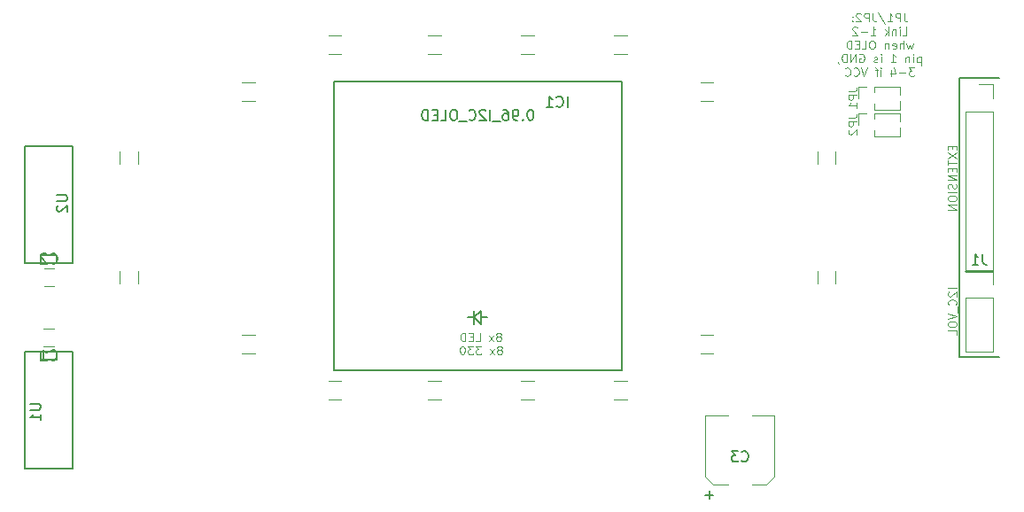
<source format=gbo>
G04 #@! TF.GenerationSoftware,KiCad,Pcbnew,(5.1.8)-1*
G04 #@! TF.CreationDate,2021-01-16T00:36:23+01:00*
G04 #@! TF.ProjectId,8bitWave Faceplate A1,38626974-5761-4766-9520-46616365706c,rev?*
G04 #@! TF.SameCoordinates,Original*
G04 #@! TF.FileFunction,Legend,Bot*
G04 #@! TF.FilePolarity,Positive*
%FSLAX46Y46*%
G04 Gerber Fmt 4.6, Leading zero omitted, Abs format (unit mm)*
G04 Created by KiCad (PCBNEW (5.1.8)-1) date 2021-01-16 00:36:23*
%MOMM*%
%LPD*%
G01*
G04 APERTURE LIST*
%ADD10C,0.100000*%
%ADD11C,0.200000*%
%ADD12C,0.150000*%
%ADD13C,0.120000*%
G04 APERTURE END LIST*
D10*
X161111904Y-87131904D02*
X161111904Y-87703333D01*
X161150000Y-87817619D01*
X161226190Y-87893809D01*
X161340476Y-87931904D01*
X161416666Y-87931904D01*
X160730952Y-87931904D02*
X160730952Y-87131904D01*
X160426190Y-87131904D01*
X160350000Y-87170000D01*
X160311904Y-87208095D01*
X160273809Y-87284285D01*
X160273809Y-87398571D01*
X160311904Y-87474761D01*
X160350000Y-87512857D01*
X160426190Y-87550952D01*
X160730952Y-87550952D01*
X159511904Y-87931904D02*
X159969047Y-87931904D01*
X159740476Y-87931904D02*
X159740476Y-87131904D01*
X159816666Y-87246190D01*
X159892857Y-87322380D01*
X159969047Y-87360476D01*
X158597619Y-87093809D02*
X159283333Y-88122380D01*
X158102380Y-87131904D02*
X158102380Y-87703333D01*
X158140476Y-87817619D01*
X158216666Y-87893809D01*
X158330952Y-87931904D01*
X158407142Y-87931904D01*
X157721428Y-87931904D02*
X157721428Y-87131904D01*
X157416666Y-87131904D01*
X157340476Y-87170000D01*
X157302380Y-87208095D01*
X157264285Y-87284285D01*
X157264285Y-87398571D01*
X157302380Y-87474761D01*
X157340476Y-87512857D01*
X157416666Y-87550952D01*
X157721428Y-87550952D01*
X156959523Y-87208095D02*
X156921428Y-87170000D01*
X156845238Y-87131904D01*
X156654761Y-87131904D01*
X156578571Y-87170000D01*
X156540476Y-87208095D01*
X156502380Y-87284285D01*
X156502380Y-87360476D01*
X156540476Y-87474761D01*
X156997619Y-87931904D01*
X156502380Y-87931904D01*
X156159523Y-87855714D02*
X156121428Y-87893809D01*
X156159523Y-87931904D01*
X156197619Y-87893809D01*
X156159523Y-87855714D01*
X156159523Y-87931904D01*
X156159523Y-87436666D02*
X156121428Y-87474761D01*
X156159523Y-87512857D01*
X156197619Y-87474761D01*
X156159523Y-87436666D01*
X156159523Y-87512857D01*
X160940476Y-89231904D02*
X161321428Y-89231904D01*
X161321428Y-88431904D01*
X160673809Y-89231904D02*
X160673809Y-88698571D01*
X160673809Y-88431904D02*
X160711904Y-88470000D01*
X160673809Y-88508095D01*
X160635714Y-88470000D01*
X160673809Y-88431904D01*
X160673809Y-88508095D01*
X160292857Y-88698571D02*
X160292857Y-89231904D01*
X160292857Y-88774761D02*
X160254761Y-88736666D01*
X160178571Y-88698571D01*
X160064285Y-88698571D01*
X159988095Y-88736666D01*
X159950000Y-88812857D01*
X159950000Y-89231904D01*
X159569047Y-89231904D02*
X159569047Y-88431904D01*
X159492857Y-88927142D02*
X159264285Y-89231904D01*
X159264285Y-88698571D02*
X159569047Y-89003333D01*
X157892857Y-89231904D02*
X158350000Y-89231904D01*
X158121428Y-89231904D02*
X158121428Y-88431904D01*
X158197619Y-88546190D01*
X158273809Y-88622380D01*
X158350000Y-88660476D01*
X157550000Y-88927142D02*
X156940476Y-88927142D01*
X156597619Y-88508095D02*
X156559523Y-88470000D01*
X156483333Y-88431904D01*
X156292857Y-88431904D01*
X156216666Y-88470000D01*
X156178571Y-88508095D01*
X156140476Y-88584285D01*
X156140476Y-88660476D01*
X156178571Y-88774761D01*
X156635714Y-89231904D01*
X156140476Y-89231904D01*
X161930952Y-89998571D02*
X161778571Y-90531904D01*
X161626190Y-90150952D01*
X161473809Y-90531904D01*
X161321428Y-89998571D01*
X161016666Y-90531904D02*
X161016666Y-89731904D01*
X160673809Y-90531904D02*
X160673809Y-90112857D01*
X160711904Y-90036666D01*
X160788095Y-89998571D01*
X160902380Y-89998571D01*
X160978571Y-90036666D01*
X161016666Y-90074761D01*
X159988095Y-90493809D02*
X160064285Y-90531904D01*
X160216666Y-90531904D01*
X160292857Y-90493809D01*
X160330952Y-90417619D01*
X160330952Y-90112857D01*
X160292857Y-90036666D01*
X160216666Y-89998571D01*
X160064285Y-89998571D01*
X159988095Y-90036666D01*
X159950000Y-90112857D01*
X159950000Y-90189047D01*
X160330952Y-90265238D01*
X159607142Y-89998571D02*
X159607142Y-90531904D01*
X159607142Y-90074761D02*
X159569047Y-90036666D01*
X159492857Y-89998571D01*
X159378571Y-89998571D01*
X159302380Y-90036666D01*
X159264285Y-90112857D01*
X159264285Y-90531904D01*
X158121428Y-89731904D02*
X157969047Y-89731904D01*
X157892857Y-89770000D01*
X157816666Y-89846190D01*
X157778571Y-89998571D01*
X157778571Y-90265238D01*
X157816666Y-90417619D01*
X157892857Y-90493809D01*
X157969047Y-90531904D01*
X158121428Y-90531904D01*
X158197619Y-90493809D01*
X158273809Y-90417619D01*
X158311904Y-90265238D01*
X158311904Y-89998571D01*
X158273809Y-89846190D01*
X158197619Y-89770000D01*
X158121428Y-89731904D01*
X157054761Y-90531904D02*
X157435714Y-90531904D01*
X157435714Y-89731904D01*
X156788095Y-90112857D02*
X156521428Y-90112857D01*
X156407142Y-90531904D02*
X156788095Y-90531904D01*
X156788095Y-89731904D01*
X156407142Y-89731904D01*
X156064285Y-90531904D02*
X156064285Y-89731904D01*
X155873809Y-89731904D01*
X155759523Y-89770000D01*
X155683333Y-89846190D01*
X155645238Y-89922380D01*
X155607142Y-90074761D01*
X155607142Y-90189047D01*
X155645238Y-90341428D01*
X155683333Y-90417619D01*
X155759523Y-90493809D01*
X155873809Y-90531904D01*
X156064285Y-90531904D01*
X162692857Y-91298571D02*
X162692857Y-92098571D01*
X162692857Y-91336666D02*
X162616666Y-91298571D01*
X162464285Y-91298571D01*
X162388095Y-91336666D01*
X162350000Y-91374761D01*
X162311904Y-91450952D01*
X162311904Y-91679523D01*
X162350000Y-91755714D01*
X162388095Y-91793809D01*
X162464285Y-91831904D01*
X162616666Y-91831904D01*
X162692857Y-91793809D01*
X161969047Y-91831904D02*
X161969047Y-91298571D01*
X161969047Y-91031904D02*
X162007142Y-91070000D01*
X161969047Y-91108095D01*
X161930952Y-91070000D01*
X161969047Y-91031904D01*
X161969047Y-91108095D01*
X161588095Y-91298571D02*
X161588095Y-91831904D01*
X161588095Y-91374761D02*
X161550000Y-91336666D01*
X161473809Y-91298571D01*
X161359523Y-91298571D01*
X161283333Y-91336666D01*
X161245238Y-91412857D01*
X161245238Y-91831904D01*
X159835714Y-91831904D02*
X160292857Y-91831904D01*
X160064285Y-91831904D02*
X160064285Y-91031904D01*
X160140476Y-91146190D01*
X160216666Y-91222380D01*
X160292857Y-91260476D01*
X158883333Y-91831904D02*
X158883333Y-91298571D01*
X158883333Y-91031904D02*
X158921428Y-91070000D01*
X158883333Y-91108095D01*
X158845238Y-91070000D01*
X158883333Y-91031904D01*
X158883333Y-91108095D01*
X158540476Y-91793809D02*
X158464285Y-91831904D01*
X158311904Y-91831904D01*
X158235714Y-91793809D01*
X158197619Y-91717619D01*
X158197619Y-91679523D01*
X158235714Y-91603333D01*
X158311904Y-91565238D01*
X158426190Y-91565238D01*
X158502380Y-91527142D01*
X158540476Y-91450952D01*
X158540476Y-91412857D01*
X158502380Y-91336666D01*
X158426190Y-91298571D01*
X158311904Y-91298571D01*
X158235714Y-91336666D01*
X156826190Y-91070000D02*
X156902380Y-91031904D01*
X157016666Y-91031904D01*
X157130952Y-91070000D01*
X157207142Y-91146190D01*
X157245238Y-91222380D01*
X157283333Y-91374761D01*
X157283333Y-91489047D01*
X157245238Y-91641428D01*
X157207142Y-91717619D01*
X157130952Y-91793809D01*
X157016666Y-91831904D01*
X156940476Y-91831904D01*
X156826190Y-91793809D01*
X156788095Y-91755714D01*
X156788095Y-91489047D01*
X156940476Y-91489047D01*
X156445238Y-91831904D02*
X156445238Y-91031904D01*
X155988095Y-91831904D01*
X155988095Y-91031904D01*
X155607142Y-91831904D02*
X155607142Y-91031904D01*
X155416666Y-91031904D01*
X155302380Y-91070000D01*
X155226190Y-91146190D01*
X155188095Y-91222380D01*
X155150000Y-91374761D01*
X155150000Y-91489047D01*
X155188095Y-91641428D01*
X155226190Y-91717619D01*
X155302380Y-91793809D01*
X155416666Y-91831904D01*
X155607142Y-91831904D01*
X154769047Y-91793809D02*
X154769047Y-91831904D01*
X154807142Y-91908095D01*
X154845238Y-91946190D01*
X162064285Y-92331904D02*
X161569047Y-92331904D01*
X161835714Y-92636666D01*
X161721428Y-92636666D01*
X161645238Y-92674761D01*
X161607142Y-92712857D01*
X161569047Y-92789047D01*
X161569047Y-92979523D01*
X161607142Y-93055714D01*
X161645238Y-93093809D01*
X161721428Y-93131904D01*
X161950000Y-93131904D01*
X162026190Y-93093809D01*
X162064285Y-93055714D01*
X161226190Y-92827142D02*
X160616666Y-92827142D01*
X159892857Y-92598571D02*
X159892857Y-93131904D01*
X160083333Y-92293809D02*
X160273809Y-92865238D01*
X159778571Y-92865238D01*
X158864285Y-93131904D02*
X158864285Y-92598571D01*
X158864285Y-92331904D02*
X158902380Y-92370000D01*
X158864285Y-92408095D01*
X158826190Y-92370000D01*
X158864285Y-92331904D01*
X158864285Y-92408095D01*
X158597619Y-92598571D02*
X158292857Y-92598571D01*
X158483333Y-93131904D02*
X158483333Y-92446190D01*
X158445238Y-92370000D01*
X158369047Y-92331904D01*
X158292857Y-92331904D01*
X157530952Y-92331904D02*
X157264285Y-93131904D01*
X156997619Y-92331904D01*
X156273809Y-93055714D02*
X156311904Y-93093809D01*
X156426190Y-93131904D01*
X156502380Y-93131904D01*
X156616666Y-93093809D01*
X156692857Y-93017619D01*
X156730952Y-92941428D01*
X156769047Y-92789047D01*
X156769047Y-92674761D01*
X156730952Y-92522380D01*
X156692857Y-92446190D01*
X156616666Y-92370000D01*
X156502380Y-92331904D01*
X156426190Y-92331904D01*
X156311904Y-92370000D01*
X156273809Y-92408095D01*
X155473809Y-93055714D02*
X155511904Y-93093809D01*
X155626190Y-93131904D01*
X155702380Y-93131904D01*
X155816666Y-93093809D01*
X155892857Y-93017619D01*
X155930952Y-92941428D01*
X155969047Y-92789047D01*
X155969047Y-92674761D01*
X155930952Y-92522380D01*
X155892857Y-92446190D01*
X155816666Y-92370000D01*
X155702380Y-92331904D01*
X155626190Y-92331904D01*
X155511904Y-92370000D01*
X155473809Y-92408095D01*
D11*
X120015000Y-116205000D02*
X119380000Y-116205000D01*
X120650000Y-116205000D02*
X121285000Y-116205000D01*
X120650000Y-116840000D02*
X120015000Y-116205000D01*
X120650000Y-115570000D02*
X120650000Y-116840000D01*
X120015000Y-116205000D02*
X120650000Y-115570000D01*
X120015000Y-115570000D02*
X120015000Y-116840000D01*
D10*
X122497619Y-119284761D02*
X122573809Y-119246666D01*
X122611904Y-119208571D01*
X122650000Y-119132380D01*
X122650000Y-119094285D01*
X122611904Y-119018095D01*
X122573809Y-118980000D01*
X122497619Y-118941904D01*
X122345238Y-118941904D01*
X122269047Y-118980000D01*
X122230952Y-119018095D01*
X122192857Y-119094285D01*
X122192857Y-119132380D01*
X122230952Y-119208571D01*
X122269047Y-119246666D01*
X122345238Y-119284761D01*
X122497619Y-119284761D01*
X122573809Y-119322857D01*
X122611904Y-119360952D01*
X122650000Y-119437142D01*
X122650000Y-119589523D01*
X122611904Y-119665714D01*
X122573809Y-119703809D01*
X122497619Y-119741904D01*
X122345238Y-119741904D01*
X122269047Y-119703809D01*
X122230952Y-119665714D01*
X122192857Y-119589523D01*
X122192857Y-119437142D01*
X122230952Y-119360952D01*
X122269047Y-119322857D01*
X122345238Y-119284761D01*
X121926190Y-119741904D02*
X121507142Y-119208571D01*
X121926190Y-119208571D02*
X121507142Y-119741904D01*
X120669047Y-118941904D02*
X120173809Y-118941904D01*
X120440476Y-119246666D01*
X120326190Y-119246666D01*
X120250000Y-119284761D01*
X120211904Y-119322857D01*
X120173809Y-119399047D01*
X120173809Y-119589523D01*
X120211904Y-119665714D01*
X120250000Y-119703809D01*
X120326190Y-119741904D01*
X120554761Y-119741904D01*
X120630952Y-119703809D01*
X120669047Y-119665714D01*
X119907142Y-118941904D02*
X119411904Y-118941904D01*
X119678571Y-119246666D01*
X119564285Y-119246666D01*
X119488095Y-119284761D01*
X119450000Y-119322857D01*
X119411904Y-119399047D01*
X119411904Y-119589523D01*
X119450000Y-119665714D01*
X119488095Y-119703809D01*
X119564285Y-119741904D01*
X119792857Y-119741904D01*
X119869047Y-119703809D01*
X119907142Y-119665714D01*
X118916666Y-118941904D02*
X118840476Y-118941904D01*
X118764285Y-118980000D01*
X118726190Y-119018095D01*
X118688095Y-119094285D01*
X118650000Y-119246666D01*
X118650000Y-119437142D01*
X118688095Y-119589523D01*
X118726190Y-119665714D01*
X118764285Y-119703809D01*
X118840476Y-119741904D01*
X118916666Y-119741904D01*
X118992857Y-119703809D01*
X119030952Y-119665714D01*
X119069047Y-119589523D01*
X119107142Y-119437142D01*
X119107142Y-119246666D01*
X119069047Y-119094285D01*
X119030952Y-119018095D01*
X118992857Y-118980000D01*
X118916666Y-118941904D01*
X122440476Y-118014761D02*
X122516666Y-117976666D01*
X122554761Y-117938571D01*
X122592857Y-117862380D01*
X122592857Y-117824285D01*
X122554761Y-117748095D01*
X122516666Y-117710000D01*
X122440476Y-117671904D01*
X122288095Y-117671904D01*
X122211904Y-117710000D01*
X122173809Y-117748095D01*
X122135714Y-117824285D01*
X122135714Y-117862380D01*
X122173809Y-117938571D01*
X122211904Y-117976666D01*
X122288095Y-118014761D01*
X122440476Y-118014761D01*
X122516666Y-118052857D01*
X122554761Y-118090952D01*
X122592857Y-118167142D01*
X122592857Y-118319523D01*
X122554761Y-118395714D01*
X122516666Y-118433809D01*
X122440476Y-118471904D01*
X122288095Y-118471904D01*
X122211904Y-118433809D01*
X122173809Y-118395714D01*
X122135714Y-118319523D01*
X122135714Y-118167142D01*
X122173809Y-118090952D01*
X122211904Y-118052857D01*
X122288095Y-118014761D01*
X121869047Y-118471904D02*
X121450000Y-117938571D01*
X121869047Y-117938571D02*
X121450000Y-118471904D01*
X120154761Y-118471904D02*
X120535714Y-118471904D01*
X120535714Y-117671904D01*
X119888095Y-118052857D02*
X119621428Y-118052857D01*
X119507142Y-118471904D02*
X119888095Y-118471904D01*
X119888095Y-117671904D01*
X119507142Y-117671904D01*
X119164285Y-118471904D02*
X119164285Y-117671904D01*
X118973809Y-117671904D01*
X118859523Y-117710000D01*
X118783333Y-117786190D01*
X118745238Y-117862380D01*
X118707142Y-118014761D01*
X118707142Y-118129047D01*
X118745238Y-118281428D01*
X118783333Y-118357619D01*
X118859523Y-118433809D01*
X118973809Y-118471904D01*
X119164285Y-118471904D01*
D11*
X166370000Y-93345000D02*
X170180000Y-93345000D01*
X166370000Y-120015000D02*
X166370000Y-93345000D01*
X167005000Y-111760000D02*
X169545000Y-111760000D01*
X170180000Y-120015000D02*
X166370000Y-120015000D01*
D12*
X78613000Y-119507000D02*
X78613000Y-120269000D01*
X78613000Y-120269000D02*
X80137000Y-120269000D01*
X80137000Y-120269000D02*
X80137000Y-119507000D01*
X77089000Y-130683000D02*
X81661000Y-130683000D01*
X81661000Y-130683000D02*
X81661000Y-119507000D01*
X81661000Y-119507000D02*
X77089000Y-119507000D01*
X77089000Y-119507000D02*
X77089000Y-130683000D01*
X134085000Y-121300000D02*
X134085000Y-93700000D01*
X106585000Y-121300000D02*
X134085000Y-121300000D01*
X106585000Y-93700000D02*
X106585000Y-121300000D01*
X106585000Y-93700000D02*
X134085000Y-93700000D01*
D13*
X169605000Y-111820000D02*
X166945000Y-111820000D01*
X169605000Y-96520000D02*
X169605000Y-111820000D01*
X166945000Y-96520000D02*
X166945000Y-111820000D01*
X169605000Y-96520000D02*
X166945000Y-96520000D01*
X169605000Y-95250000D02*
X169605000Y-93920000D01*
X169605000Y-93920000D02*
X168275000Y-93920000D01*
X169605000Y-119440000D02*
X166945000Y-119440000D01*
X169605000Y-114300000D02*
X169605000Y-119440000D01*
X166945000Y-114300000D02*
X166945000Y-119440000D01*
X169605000Y-114300000D02*
X166945000Y-114300000D01*
X169605000Y-113030000D02*
X169605000Y-111700000D01*
X169605000Y-111700000D02*
X168275000Y-111700000D01*
X79855000Y-118960000D02*
X78855000Y-118960000D01*
X78855000Y-117260000D02*
X79855000Y-117260000D01*
X78875000Y-111545000D02*
X79875000Y-111545000D01*
X79875000Y-113245000D02*
X78875000Y-113245000D01*
X142115000Y-125605000D02*
X144295000Y-125605000D01*
X148715000Y-125605000D02*
X146535000Y-125605000D01*
X142875000Y-132205000D02*
X144295000Y-132205000D01*
X147955000Y-132205000D02*
X146535000Y-132205000D01*
X142115000Y-125605000D02*
X142115000Y-131445000D01*
X142115000Y-131445000D02*
X142875000Y-132205000D01*
X147955000Y-132205000D02*
X148715000Y-131445000D01*
X148715000Y-131445000D02*
X148715000Y-125605000D01*
X142840000Y-117865000D02*
X141640000Y-117865000D01*
X141640000Y-119625000D02*
X142840000Y-119625000D01*
X134585000Y-122310000D02*
X133385000Y-122310000D01*
X133385000Y-124070000D02*
X134585000Y-124070000D01*
X125695000Y-122310000D02*
X124495000Y-122310000D01*
X124495000Y-124070000D02*
X125695000Y-124070000D01*
X116805000Y-122310000D02*
X115605000Y-122310000D01*
X115605000Y-124070000D02*
X116805000Y-124070000D01*
X107280000Y-122310000D02*
X106080000Y-122310000D01*
X106080000Y-124070000D02*
X107280000Y-124070000D01*
X99025000Y-117865000D02*
X97825000Y-117865000D01*
X97825000Y-119625000D02*
X99025000Y-119625000D01*
X87875000Y-112995000D02*
X87875000Y-111795000D01*
X86115000Y-111795000D02*
X86115000Y-112995000D01*
X87875000Y-101565000D02*
X87875000Y-100365000D01*
X86115000Y-100365000D02*
X86115000Y-101565000D01*
X97825000Y-95495000D02*
X99025000Y-95495000D01*
X99025000Y-93735000D02*
X97825000Y-93735000D01*
X106080000Y-91050000D02*
X107280000Y-91050000D01*
X107280000Y-89290000D02*
X106080000Y-89290000D01*
X115605000Y-91050000D02*
X116805000Y-91050000D01*
X116805000Y-89290000D02*
X115605000Y-89290000D01*
X125695000Y-89290000D02*
X124495000Y-89290000D01*
X124495000Y-91050000D02*
X125695000Y-91050000D01*
X133385000Y-91050000D02*
X134585000Y-91050000D01*
X134585000Y-89290000D02*
X133385000Y-89290000D01*
X141640000Y-95495000D02*
X142840000Y-95495000D01*
X142840000Y-93735000D02*
X141640000Y-93735000D01*
X152790000Y-100365000D02*
X152790000Y-101565000D01*
X154550000Y-101565000D02*
X154550000Y-100365000D01*
X152790000Y-111795000D02*
X152790000Y-112995000D01*
X154550000Y-112995000D02*
X154550000Y-111795000D01*
D12*
X80137000Y-110998000D02*
X80137000Y-110236000D01*
X80137000Y-110236000D02*
X78613000Y-110236000D01*
X78613000Y-110236000D02*
X78613000Y-110998000D01*
X81661000Y-99822000D02*
X77089000Y-99822000D01*
X77089000Y-99822000D02*
X77089000Y-110998000D01*
X77089000Y-110998000D02*
X81661000Y-110998000D01*
X81661000Y-110998000D02*
X81661000Y-99822000D01*
D13*
X156720000Y-94140000D02*
X156720000Y-95250000D01*
X157480000Y-94140000D02*
X156720000Y-94140000D01*
X158240000Y-95813471D02*
X158240000Y-96360000D01*
X158240000Y-94140000D02*
X158240000Y-94686529D01*
X158240000Y-96360000D02*
X160715000Y-96360000D01*
X158240000Y-94140000D02*
X160715000Y-94140000D01*
X160715000Y-95557530D02*
X160715000Y-96360000D01*
X160715000Y-94140000D02*
X160715000Y-94942470D01*
X160715000Y-96680000D02*
X160715000Y-97482470D01*
X160715000Y-98097530D02*
X160715000Y-98900000D01*
X158240000Y-96680000D02*
X160715000Y-96680000D01*
X158240000Y-98900000D02*
X160715000Y-98900000D01*
X158240000Y-96680000D02*
X158240000Y-97226529D01*
X158240000Y-98353471D02*
X158240000Y-98900000D01*
X157480000Y-96680000D02*
X156720000Y-96680000D01*
X156720000Y-96680000D02*
X156720000Y-97790000D01*
D12*
X77557380Y-124460095D02*
X78366904Y-124460095D01*
X78462142Y-124507714D01*
X78509761Y-124555333D01*
X78557380Y-124650571D01*
X78557380Y-124841047D01*
X78509761Y-124936285D01*
X78462142Y-124983904D01*
X78366904Y-125031523D01*
X77557380Y-125031523D01*
X78557380Y-126031523D02*
X78557380Y-125460095D01*
X78557380Y-125745809D02*
X77557380Y-125745809D01*
X77700238Y-125650571D01*
X77795476Y-125555333D01*
X77843095Y-125460095D01*
X128931190Y-96087380D02*
X128931190Y-95087380D01*
X127883571Y-95992142D02*
X127931190Y-96039761D01*
X128074047Y-96087380D01*
X128169285Y-96087380D01*
X128312142Y-96039761D01*
X128407380Y-95944523D01*
X128455000Y-95849285D01*
X128502619Y-95658809D01*
X128502619Y-95515952D01*
X128455000Y-95325476D01*
X128407380Y-95230238D01*
X128312142Y-95135000D01*
X128169285Y-95087380D01*
X128074047Y-95087380D01*
X127931190Y-95135000D01*
X127883571Y-95182619D01*
X126931190Y-96087380D02*
X127502619Y-96087380D01*
X127216904Y-96087380D02*
X127216904Y-95087380D01*
X127312142Y-95230238D01*
X127407380Y-95325476D01*
X127502619Y-95373095D01*
X125430238Y-96357380D02*
X125335000Y-96357380D01*
X125239761Y-96405000D01*
X125192142Y-96452619D01*
X125144523Y-96547857D01*
X125096904Y-96738333D01*
X125096904Y-96976428D01*
X125144523Y-97166904D01*
X125192142Y-97262142D01*
X125239761Y-97309761D01*
X125335000Y-97357380D01*
X125430238Y-97357380D01*
X125525476Y-97309761D01*
X125573095Y-97262142D01*
X125620714Y-97166904D01*
X125668333Y-96976428D01*
X125668333Y-96738333D01*
X125620714Y-96547857D01*
X125573095Y-96452619D01*
X125525476Y-96405000D01*
X125430238Y-96357380D01*
X124668333Y-97262142D02*
X124620714Y-97309761D01*
X124668333Y-97357380D01*
X124715952Y-97309761D01*
X124668333Y-97262142D01*
X124668333Y-97357380D01*
X124144523Y-97357380D02*
X123954047Y-97357380D01*
X123858809Y-97309761D01*
X123811190Y-97262142D01*
X123715952Y-97119285D01*
X123668333Y-96928809D01*
X123668333Y-96547857D01*
X123715952Y-96452619D01*
X123763571Y-96405000D01*
X123858809Y-96357380D01*
X124049285Y-96357380D01*
X124144523Y-96405000D01*
X124192142Y-96452619D01*
X124239761Y-96547857D01*
X124239761Y-96785952D01*
X124192142Y-96881190D01*
X124144523Y-96928809D01*
X124049285Y-96976428D01*
X123858809Y-96976428D01*
X123763571Y-96928809D01*
X123715952Y-96881190D01*
X123668333Y-96785952D01*
X122811190Y-96357380D02*
X123001666Y-96357380D01*
X123096904Y-96405000D01*
X123144523Y-96452619D01*
X123239761Y-96595476D01*
X123287380Y-96785952D01*
X123287380Y-97166904D01*
X123239761Y-97262142D01*
X123192142Y-97309761D01*
X123096904Y-97357380D01*
X122906428Y-97357380D01*
X122811190Y-97309761D01*
X122763571Y-97262142D01*
X122715952Y-97166904D01*
X122715952Y-96928809D01*
X122763571Y-96833571D01*
X122811190Y-96785952D01*
X122906428Y-96738333D01*
X123096904Y-96738333D01*
X123192142Y-96785952D01*
X123239761Y-96833571D01*
X123287380Y-96928809D01*
X122525476Y-97452619D02*
X121763571Y-97452619D01*
X121525476Y-97357380D02*
X121525476Y-96357380D01*
X121096904Y-96452619D02*
X121049285Y-96405000D01*
X120954047Y-96357380D01*
X120715952Y-96357380D01*
X120620714Y-96405000D01*
X120573095Y-96452619D01*
X120525476Y-96547857D01*
X120525476Y-96643095D01*
X120573095Y-96785952D01*
X121144523Y-97357380D01*
X120525476Y-97357380D01*
X119525476Y-97262142D02*
X119573095Y-97309761D01*
X119715952Y-97357380D01*
X119811190Y-97357380D01*
X119954047Y-97309761D01*
X120049285Y-97214523D01*
X120096904Y-97119285D01*
X120144523Y-96928809D01*
X120144523Y-96785952D01*
X120096904Y-96595476D01*
X120049285Y-96500238D01*
X119954047Y-96405000D01*
X119811190Y-96357380D01*
X119715952Y-96357380D01*
X119573095Y-96405000D01*
X119525476Y-96452619D01*
X119335000Y-97452619D02*
X118573095Y-97452619D01*
X118144523Y-96357380D02*
X117954047Y-96357380D01*
X117858809Y-96405000D01*
X117763571Y-96500238D01*
X117715952Y-96690714D01*
X117715952Y-97024047D01*
X117763571Y-97214523D01*
X117858809Y-97309761D01*
X117954047Y-97357380D01*
X118144523Y-97357380D01*
X118239761Y-97309761D01*
X118335000Y-97214523D01*
X118382619Y-97024047D01*
X118382619Y-96690714D01*
X118335000Y-96500238D01*
X118239761Y-96405000D01*
X118144523Y-96357380D01*
X116811190Y-97357380D02*
X117287380Y-97357380D01*
X117287380Y-96357380D01*
X116477857Y-96833571D02*
X116144523Y-96833571D01*
X116001666Y-97357380D02*
X116477857Y-97357380D01*
X116477857Y-96357380D01*
X116001666Y-96357380D01*
X115573095Y-97357380D02*
X115573095Y-96357380D01*
X115335000Y-96357380D01*
X115192142Y-96405000D01*
X115096904Y-96500238D01*
X115049285Y-96595476D01*
X115001666Y-96785952D01*
X115001666Y-96928809D01*
X115049285Y-97119285D01*
X115096904Y-97214523D01*
X115192142Y-97309761D01*
X115335000Y-97357380D01*
X115573095Y-97357380D01*
D10*
X165677857Y-99822380D02*
X165677857Y-100089047D01*
X166096904Y-100203333D02*
X166096904Y-99822380D01*
X165296904Y-99822380D01*
X165296904Y-100203333D01*
X165296904Y-100470000D02*
X166096904Y-101003333D01*
X165296904Y-101003333D02*
X166096904Y-100470000D01*
X165296904Y-101193809D02*
X165296904Y-101650952D01*
X166096904Y-101422380D02*
X165296904Y-101422380D01*
X165677857Y-101917619D02*
X165677857Y-102184285D01*
X166096904Y-102298571D02*
X166096904Y-101917619D01*
X165296904Y-101917619D01*
X165296904Y-102298571D01*
X166096904Y-102641428D02*
X165296904Y-102641428D01*
X166096904Y-103098571D01*
X165296904Y-103098571D01*
X166058809Y-103441428D02*
X166096904Y-103555714D01*
X166096904Y-103746190D01*
X166058809Y-103822380D01*
X166020714Y-103860476D01*
X165944523Y-103898571D01*
X165868333Y-103898571D01*
X165792142Y-103860476D01*
X165754047Y-103822380D01*
X165715952Y-103746190D01*
X165677857Y-103593809D01*
X165639761Y-103517619D01*
X165601666Y-103479523D01*
X165525476Y-103441428D01*
X165449285Y-103441428D01*
X165373095Y-103479523D01*
X165335000Y-103517619D01*
X165296904Y-103593809D01*
X165296904Y-103784285D01*
X165335000Y-103898571D01*
X166096904Y-104241428D02*
X165296904Y-104241428D01*
X165296904Y-104774761D02*
X165296904Y-104927142D01*
X165335000Y-105003333D01*
X165411190Y-105079523D01*
X165563571Y-105117619D01*
X165830238Y-105117619D01*
X165982619Y-105079523D01*
X166058809Y-105003333D01*
X166096904Y-104927142D01*
X166096904Y-104774761D01*
X166058809Y-104698571D01*
X165982619Y-104622380D01*
X165830238Y-104584285D01*
X165563571Y-104584285D01*
X165411190Y-104622380D01*
X165335000Y-104698571D01*
X165296904Y-104774761D01*
X166096904Y-105460476D02*
X165296904Y-105460476D01*
X166096904Y-105917619D01*
X165296904Y-105917619D01*
D12*
X168608333Y-110152380D02*
X168608333Y-110866666D01*
X168655952Y-111009523D01*
X168751190Y-111104761D01*
X168894047Y-111152380D01*
X168989285Y-111152380D01*
X167608333Y-111152380D02*
X168179761Y-111152380D01*
X167894047Y-111152380D02*
X167894047Y-110152380D01*
X167989285Y-110295238D01*
X168084523Y-110390476D01*
X168179761Y-110438095D01*
D10*
X166096904Y-113398571D02*
X165296904Y-113398571D01*
X165373095Y-113741428D02*
X165335000Y-113779523D01*
X165296904Y-113855714D01*
X165296904Y-114046190D01*
X165335000Y-114122380D01*
X165373095Y-114160476D01*
X165449285Y-114198571D01*
X165525476Y-114198571D01*
X165639761Y-114160476D01*
X166096904Y-113703333D01*
X166096904Y-114198571D01*
X166020714Y-114998571D02*
X166058809Y-114960476D01*
X166096904Y-114846190D01*
X166096904Y-114770000D01*
X166058809Y-114655714D01*
X165982619Y-114579523D01*
X165906428Y-114541428D01*
X165754047Y-114503333D01*
X165639761Y-114503333D01*
X165487380Y-114541428D01*
X165411190Y-114579523D01*
X165335000Y-114655714D01*
X165296904Y-114770000D01*
X165296904Y-114846190D01*
X165335000Y-114960476D01*
X165373095Y-114998571D01*
X166173095Y-115150952D02*
X166173095Y-115760476D01*
X165296904Y-115836666D02*
X166096904Y-116103333D01*
X165296904Y-116370000D01*
X165296904Y-116789047D02*
X165296904Y-116941428D01*
X165335000Y-117017619D01*
X165411190Y-117093809D01*
X165563571Y-117131904D01*
X165830238Y-117131904D01*
X165982619Y-117093809D01*
X166058809Y-117017619D01*
X166096904Y-116941428D01*
X166096904Y-116789047D01*
X166058809Y-116712857D01*
X165982619Y-116636666D01*
X165830238Y-116598571D01*
X165563571Y-116598571D01*
X165411190Y-116636666D01*
X165335000Y-116712857D01*
X165296904Y-116789047D01*
X166096904Y-117855714D02*
X166096904Y-117474761D01*
X165296904Y-117474761D01*
D12*
X79521666Y-120217142D02*
X79569285Y-120264761D01*
X79712142Y-120312380D01*
X79807380Y-120312380D01*
X79950238Y-120264761D01*
X80045476Y-120169523D01*
X80093095Y-120074285D01*
X80140714Y-119883809D01*
X80140714Y-119740952D01*
X80093095Y-119550476D01*
X80045476Y-119455238D01*
X79950238Y-119360000D01*
X79807380Y-119312380D01*
X79712142Y-119312380D01*
X79569285Y-119360000D01*
X79521666Y-119407619D01*
X78569285Y-120312380D02*
X79140714Y-120312380D01*
X78855000Y-120312380D02*
X78855000Y-119312380D01*
X78950238Y-119455238D01*
X79045476Y-119550476D01*
X79140714Y-119598095D01*
X79541666Y-111002142D02*
X79589285Y-111049761D01*
X79732142Y-111097380D01*
X79827380Y-111097380D01*
X79970238Y-111049761D01*
X80065476Y-110954523D01*
X80113095Y-110859285D01*
X80160714Y-110668809D01*
X80160714Y-110525952D01*
X80113095Y-110335476D01*
X80065476Y-110240238D01*
X79970238Y-110145000D01*
X79827380Y-110097380D01*
X79732142Y-110097380D01*
X79589285Y-110145000D01*
X79541666Y-110192619D01*
X79160714Y-110192619D02*
X79113095Y-110145000D01*
X79017857Y-110097380D01*
X78779761Y-110097380D01*
X78684523Y-110145000D01*
X78636904Y-110192619D01*
X78589285Y-110287857D01*
X78589285Y-110383095D01*
X78636904Y-110525952D01*
X79208333Y-111097380D01*
X78589285Y-111097380D01*
X145581666Y-129897142D02*
X145629285Y-129944761D01*
X145772142Y-129992380D01*
X145867380Y-129992380D01*
X146010238Y-129944761D01*
X146105476Y-129849523D01*
X146153095Y-129754285D01*
X146200714Y-129563809D01*
X146200714Y-129420952D01*
X146153095Y-129230476D01*
X146105476Y-129135238D01*
X146010238Y-129040000D01*
X145867380Y-128992380D01*
X145772142Y-128992380D01*
X145629285Y-129040000D01*
X145581666Y-129087619D01*
X145248333Y-128992380D02*
X144629285Y-128992380D01*
X144962619Y-129373333D01*
X144819761Y-129373333D01*
X144724523Y-129420952D01*
X144676904Y-129468571D01*
X144629285Y-129563809D01*
X144629285Y-129801904D01*
X144676904Y-129897142D01*
X144724523Y-129944761D01*
X144819761Y-129992380D01*
X145105476Y-129992380D01*
X145200714Y-129944761D01*
X145248333Y-129897142D01*
X142476428Y-132804047D02*
X142476428Y-133565952D01*
X142857380Y-133185000D02*
X142095476Y-133185000D01*
X80097380Y-104521095D02*
X80906904Y-104521095D01*
X81002142Y-104568714D01*
X81049761Y-104616333D01*
X81097380Y-104711571D01*
X81097380Y-104902047D01*
X81049761Y-104997285D01*
X81002142Y-105044904D01*
X80906904Y-105092523D01*
X80097380Y-105092523D01*
X80192619Y-105521095D02*
X80145000Y-105568714D01*
X80097380Y-105663952D01*
X80097380Y-105902047D01*
X80145000Y-105997285D01*
X80192619Y-106044904D01*
X80287857Y-106092523D01*
X80383095Y-106092523D01*
X80525952Y-106044904D01*
X81097380Y-105473476D01*
X81097380Y-106092523D01*
D10*
X155771904Y-94583333D02*
X156343333Y-94583333D01*
X156457619Y-94545238D01*
X156533809Y-94469047D01*
X156571904Y-94354761D01*
X156571904Y-94278571D01*
X156571904Y-94964285D02*
X155771904Y-94964285D01*
X155771904Y-95269047D01*
X155810000Y-95345238D01*
X155848095Y-95383333D01*
X155924285Y-95421428D01*
X156038571Y-95421428D01*
X156114761Y-95383333D01*
X156152857Y-95345238D01*
X156190952Y-95269047D01*
X156190952Y-94964285D01*
X156571904Y-96183333D02*
X156571904Y-95726190D01*
X156571904Y-95954761D02*
X155771904Y-95954761D01*
X155886190Y-95878571D01*
X155962380Y-95802380D01*
X156000476Y-95726190D01*
X155771904Y-97123333D02*
X156343333Y-97123333D01*
X156457619Y-97085238D01*
X156533809Y-97009047D01*
X156571904Y-96894761D01*
X156571904Y-96818571D01*
X156571904Y-97504285D02*
X155771904Y-97504285D01*
X155771904Y-97809047D01*
X155810000Y-97885238D01*
X155848095Y-97923333D01*
X155924285Y-97961428D01*
X156038571Y-97961428D01*
X156114761Y-97923333D01*
X156152857Y-97885238D01*
X156190952Y-97809047D01*
X156190952Y-97504285D01*
X155848095Y-98266190D02*
X155810000Y-98304285D01*
X155771904Y-98380476D01*
X155771904Y-98570952D01*
X155810000Y-98647142D01*
X155848095Y-98685238D01*
X155924285Y-98723333D01*
X156000476Y-98723333D01*
X156114761Y-98685238D01*
X156571904Y-98228095D01*
X156571904Y-98723333D01*
M02*

</source>
